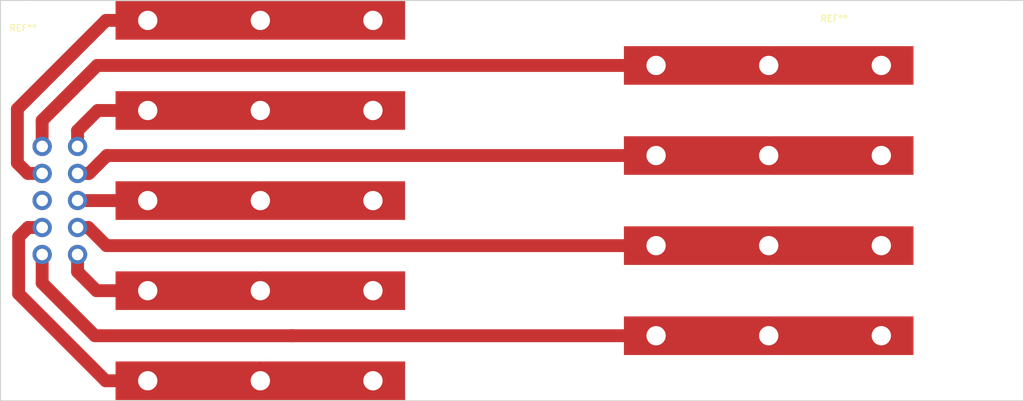
<source format=kicad_pcb>
(kicad_pcb (version 20221018) (generator pcbnew)
  (layers (0 "F.Cu" signal) (31 "B.Cu" signal) (34 "B.Paste" user) (35 "F.Paste" user) (36 "B.SilkS" user "B.Silkscreen") (37 "F.SilkS" user "F.Silkscreen") (38 "B.Mask" user) (39 "F.Mask" user) (44 "Edge.Cuts" user))
  (net 0 "")
  (footprint "USSTPARTS:BatteryPad_NoSlot" (layer "F.Cu") (at 102.382 100.696)
    (fp_text reference "REF**" (at 89.18 -42.29) (layer "F.SilkS"))
    (fp_text value "BatteryPad")
    (pad "" np_thru_hole circle (at -36.5 -43) (size 3 3) (drill 3) (layers "*.Cu"))
    (pad "" np_thru_hole circle (at -36.5 15) (size 3 3) (drill 3) (layers "*.Cu"))
    (pad "" np_thru_hole circle (at -17.5 -42) (size 3 3) (drill 3) (layers "*.Cu"))
    (pad "" np_thru_hole circle (at -17.5 -28) (size 3 3) (drill 3) (layers "*.Cu"))
    (pad "" np_thru_hole circle (at -17.5 -14) (size 3 3) (drill 3) (layers "*.Cu"))
    (pad "" np_thru_hole circle (at -17.5 0) (size 3 3) (drill 3) (layers "*.Cu"))
    (pad "" np_thru_hole circle (at -17.5 14) (size 3 3) (drill 3) (layers "*.Cu"))
    (pad "" np_thru_hole circle (at 0 -42) (size 3 3) (drill 3) (layers "*.Cu"))
    (pad "" np_thru_hole oval (at 0 -38.375) (size 1.25 1.25) (drill oval 1.25) (layers "*.Cu"))
    (pad "" np_thru_hole oval (at 0 -31.625) (size 1.25 1.25) (drill oval 1.25) (layers "*.Cu"))
    (pad "" np_thru_hole circle (at 0 -28) (size 3 3) (drill 3) (layers "*.Cu"))
    (pad "" np_thru_hole oval (at 0 -24.375) (size 1.25 1.25) (drill oval 1.25) (layers "*.Cu"))
    (pad "" np_thru_hole oval (at 0 -17.625) (size 1.25 1.25) (drill oval 1.25) (layers "*.Cu"))
    (pad "" np_thru_hole circle (at 0 -14) (size 3 3) (drill 3) (layers "*.Cu"))
    (pad "" np_thru_hole oval (at 0 -10.375) (size 1.25 1.25) (drill oval 1.25) (layers "*.Cu"))
    (pad "" np_thru_hole oval (at 0 -3.625) (size 1.25 1.25) (drill oval 1.25) (layers "*.Cu"))
    (pad "" np_thru_hole circle (at 0 0) (size 3 3) (drill 3) (layers "*.Cu"))
    (pad "" np_thru_hole oval (at 0 3.625) (size 1.25 1.25) (drill oval 1.25) (layers "*.Cu"))
    (pad "" np_thru_hole oval (at 0 10.375) (size 1.25 1.25) (drill oval 1.25) (layers "*.Cu"))
    (pad "" np_thru_hole circle (at 0 14) (size 3 3) (drill 3) (layers "*.Cu"))
    (pad "" np_thru_hole circle (at 17.5 -42) (size 3 3) (drill 3) (layers "*.Cu"))
    (pad "" np_thru_hole circle (at 17.5 -28) (size 3 3) (drill 3) (layers "*.Cu"))
    (pad "" np_thru_hole circle (at 17.5 -14) (size 3 3) (drill 3) (layers "*.Cu"))
    (pad "" np_thru_hole circle (at 17.5 0) (size 3 3) (drill 3) (layers "*.Cu"))
    (pad "" np_thru_hole circle (at 17.5 14) (size 3 3) (drill 3) (layers "*.Cu"))
    (pad "" np_thru_hole circle (at 61.5 -35) (size 3 3) (drill 3) (layers "*.Cu"))
    (pad "" np_thru_hole circle (at 61.5 -21) (size 3 3) (drill 3) (layers "*.Cu"))
    (pad "" np_thru_hole circle (at 61.5 -7) (size 3 3) (drill 3) (layers "*.Cu"))
    (pad "" np_thru_hole circle (at 61.5 7) (size 3 3) (drill 3) (layers "*.Cu"))
    (pad "" np_thru_hole oval (at 79 -38.625) (size 1.25 1.25) (drill oval 1.25) (layers "*.Cu"))
    (pad "" np_thru_hole circle (at 79 -35) (size 3 3) (drill 3) (layers "*.Cu"))
    (pad "" np_thru_hole oval (at 79 -31.375) (size 1.25 1.25) (drill oval 1.25) (layers "*.Cu"))
    (pad "" np_thru_hole oval (at 79 -24.625) (size 1.25 1.25) (drill oval 1.25) (layers "*.Cu"))
    (pad "" np_thru_hole circle (at 79 -21) (size 3 3) (drill 3) (layers "*.Cu"))
    (pad "" np_thru_hole oval (at 79 -17.375) (size 1.25 1.25) (drill oval 1.25) (layers "*.Cu"))
    (pad "" np_thru_hole oval (at 79 -10.625) (size 1.25 1.25) (drill oval 1.25) (layers "*.Cu"))
    (pad "" np_thru_hole circle (at 79 -7) (size 3 3) (drill 3) (layers "*.Cu"))
    (pad "" np_thru_hole oval (at 79 -3.375) (size 1.25 1.25) (drill oval 1.25) (layers "*.Cu"))
    (pad "" np_thru_hole oval (at 79 3.375) (size 1.25 1.25) (drill oval 1.25) (layers "*.Cu"))
    (pad "" np_thru_hole circle (at 79 7) (size 3 3) (drill 3) (layers "*.Cu"))
    (pad "" np_thru_hole oval (at 79 10.625) (size 1.25 1.25) (drill oval 1.25) (layers "*.Cu"))
    (pad "" np_thru_hole circle (at 96.5 -35) (size 3 3) (drill 3) (layers "*.Cu"))
    (pad "" np_thru_hole circle (at 96.5 -21) (size 3 3) (drill 3) (layers "*.Cu"))
    (pad "" np_thru_hole circle (at 96.5 -7) (size 3 3) (drill 3) (layers "*.Cu"))
    (pad "" np_thru_hole circle (at 96.5 7) (size 3 3) (drill 3) (layers "*.Cu"))
    (pad "" np_thru_hole circle (at 115.5 -43) (size 3 3) (drill 3) (layers "*.Cu"))
    (pad "" np_thru_hole circle (at 115.5 15) (size 3 3) (drill 3) (layers "*.Cu"))
    (pad "1" smd rect (at 0 -42) (size 45 6) (layers "F.Cu"))
    (pad "1" smd rect (at 0 -28) (size 45 6) (layers "F.Cu"))
    (pad "1" smd rect (at 0 -14) (size 45 6) (layers "F.Cu"))
    (pad "1" smd rect (at 0 0) (size 45 6) (layers "F.Cu"))
    (pad "1" smd rect (at 0 14) (size 45 6) (layers "F.Cu"))
    (pad "1" smd rect (at 79 -35) (size 45 6) (layers "F.Cu"))
    (pad "1" smd rect (at 79 -21) (size 45 6) (layers "F.Cu"))
    (pad "1" smd rect (at 79 -7) (size 45 6) (layers "F.Cu"))
    (pad "1" smd rect (at 79 7) (size 45 6) (layers "F.Cu"))
  )
  (footprint "USSTPARTS:BatteryConnector" (layer "F.Cu") (at 68.4775 95.0775)
    (fp_text reference "REF**" (at -2.9455 -35.197) (layer "F.SilkS"))
    (fp_text value "BatteryConnector")
    (pad "" np_thru_hole circle (at 0 -16.8) (size 3 3) (drill 1.8) (layers "*.Cu"))
    (pad "" np_thru_hole circle (at 0 -12.6) (size 3 3) (drill 1.8) (layers "*.Cu"))
    (pad "" np_thru_hole circle (at 0 -8.4) (size 3 3) (drill 1.8) (layers "*.Cu"))
    (pad "" np_thru_hole circle (at 0 -4.2) (size 3 3) (drill 1.8) (layers "*.Cu"))
    (pad "" np_thru_hole circle (at 0 0) (size 3 3) (drill 1.8) (layers "*.Cu"))
    (pad "" np_thru_hole circle (at 5.5 -16.8) (size 3 3) (drill 1.8) (layers "*.Cu"))
    (pad "" np_thru_hole circle (at 5.5 -12.6) (size 3 3) (drill 1.8) (layers "*.Cu"))
    (pad "" np_thru_hole circle (at 5.5 -8.4) (size 3 3) (drill 1.8) (layers "*.Cu"))
    (pad "" np_thru_hole circle (at 5.5 -4.2) (size 3 3) (drill 1.8) (layers "*.Cu"))
    (pad "" np_thru_hole circle (at 5.5 0) (size 3 3) (drill 1.8) (layers "*.Cu"))
  )
  (gr_line (start 62 117.7925) (end 62 55.6) (stroke (width 0.15)) (layer "Edge.Cuts"))
  (gr_line (start 221 117.8) (end 62 117.8) (stroke (width 0.15)) (layer "Edge.Cuts"))
  (gr_line (start 221 55.6) (end 221 117.8) (stroke (width 0.15)) (layer "Edge.Cuts"))
  (gr_line (start 62 55.6) (end 221 55.6) (stroke (width 0.15)) (layer "Edge.Cuts"))
  (segment (start 78.341085 114.696) (end 64.823323 101.178238) (width 2) (layer "F.Cu") (net 0))
  (segment (start 73.9775 97.754863) (end 73.9775 95.0775) (width 2) (layer "F.Cu") (net 0))
  (segment (start 64.823323 101.178238) (end 64.823323 92.34197) (width 2) (layer "F.Cu") (net 0))
  (segment (start 64.823323 92.34197) (end 66.287793 90.8775) (width 2) (layer "F.Cu") (net 0))
  (segment (start 84.882 100.696) (end 76.918637 100.696) (width 2) (layer "F.Cu") (net 0))
  (segment (start 84.882 86.696) (end 73.996 86.696) (width 2) (layer "F.Cu") (net 0))
  (segment (start 77.023729 65.696) (end 68.4775 74.242229) (width 2) (layer "F.Cu") (net 0))
  (segment (start 68.4775 74.242229) (end 68.4775 78.2775) (width 2) (layer "F.Cu") (net 0))
  (segment (start 66.287793 90.8775) (end 68.4775 90.8775) (width 2) (layer "F.Cu") (net 0))
  (segment (start 68.4775 82.4775) (end 66.252087 82.4775) (width 2) (layer "F.Cu") (net 0))
  (segment (start 73.9775 90.8775) (end 75.648569 90.8775) (width 2) (layer "F.Cu") (net 0))
  (segment (start 68.4775 99.504501) (end 76.668999 107.696) (width 2) (layer "F.Cu") (net 0))
  (segment (start 163.882 65.696) (end 77.023729 65.696) (width 2) (layer "F.Cu") (net 0))
  (segment (start 75.750545 82.4775) (end 78.532045 79.696) (width 2) (layer "F.Cu") (net 0))
  (segment (start 64.624782 72.464347) (end 78.393129 58.696) (width 2) (layer "F.Cu") (net 0))
  (segment (start 77.106769 72.696) (end 84.882 72.696) (width 2) (layer "F.Cu") (net 0))
  (segment (start 73.996 86.696) (end 73.9775 86.6775) (width 2) (layer "F.Cu") (net 0))
  (segment (start 73.9775 78.2775) (end 73.9775 75.825269) (width 2) (layer "F.Cu") (net 0))
  (segment (start 75.648569 90.8775) (end 78.467069 93.696) (width 2) (layer "F.Cu") (net 0))
  (segment (start 68.4775 95.0775) (end 68.4775 99.504501) (width 2) (layer "F.Cu") (net 0))
  (segment (start 66.252087 82.4775) (end 64.624782 80.850195) (width 2) (layer "F.Cu") (net 0))
  (segment (start 78.467069 93.696) (end 163.882 93.696) (width 2) (layer "F.Cu") (net 0))
  (segment (start 73.9775 82.4775) (end 75.750545 82.4775) (width 2) (layer "F.Cu") (net 0))
  (segment (start 107.345339 107.696) (end 107.188 107.696) (width 2) (layer "F.Cu") (net 0))
  (segment (start 76.668999 107.696) (end 107.345339 107.696) (width 2) (layer "F.Cu") (net 0))
  (segment (start 76.918637 100.696) (end 73.9775 97.754863) (width 2) (layer "F.Cu") (net 0))
  (segment (start 64.624782 80.850195) (end 64.624782 72.464347) (width 2) (layer "F.Cu") (net 0))
  (segment (start 78.532045 79.696) (end 163.882 79.696) (width 2) (layer "F.Cu") (net 0))
  (segment (start 84.882 114.696) (end 78.341085 114.696) (width 2) (layer "F.Cu") (net 0))
  (segment (start 163.882 107.696) (end 107.345339 107.696) (width 2) (layer "F.Cu") (net 0))
  (segment (start 73.9775 75.825269) (end 77.106769 72.696) (width 2) (layer "F.Cu") (net 0))
  (segment (start 78.393129 58.696) (end 84.882 58.696) (width 2) (layer "F.Cu") (net 0))
)
</source>
